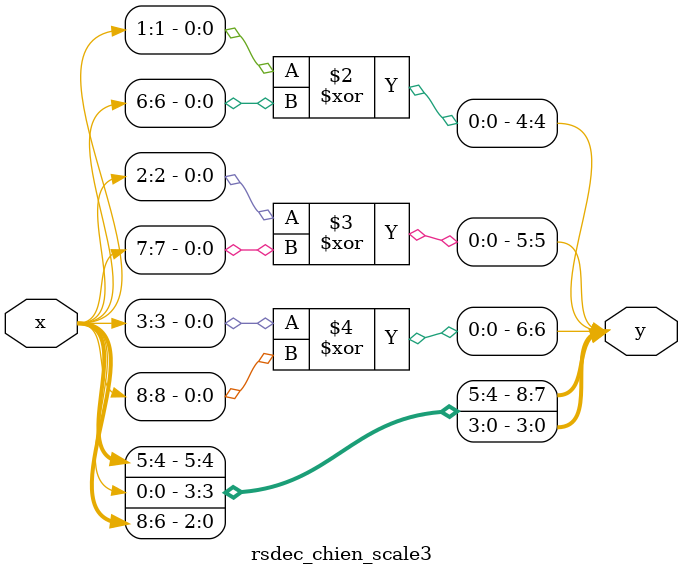
<source format=v>
module rsdec_chien_scale3 (y, x);
	input [8:0] x;
	output [8:0] y;
	reg [8:0] y;
	always @ (x)
	begin
		y[0] = x[6];
		y[1] = x[7];
		y[2] = x[8];
		y[3] = x[0];
		y[4] = x[1] ^ x[6];
		y[5] = x[2] ^ x[7];
		y[6] = x[3] ^ x[8];
		y[7] = x[4];
		y[8] = x[5];
	end
endmodule
</source>
